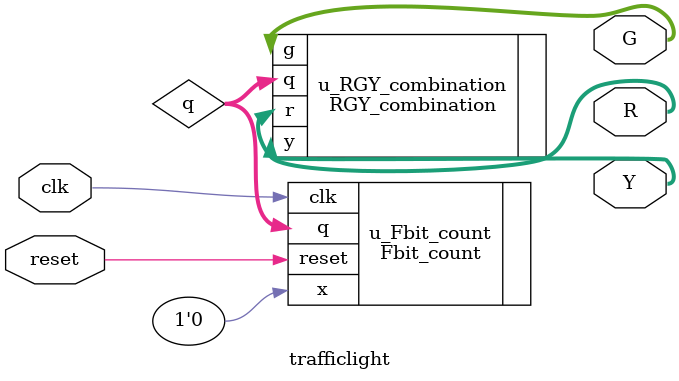
<source format=sv>
module trafficlight(
    input clk,
    input reset,
    output logic [1:0] R , G , Y
);

logic [3:0] q;
Fbit_count u_Fbit_count(
    .clk(clk),
    .reset(reset),
    .x(1'b0),
    .q(q)
);
RGY_combination u_RGY_combination(
    .q(q),
    .r(R), 
    .g(G),
    .y(Y)
);
endmodule

</source>
